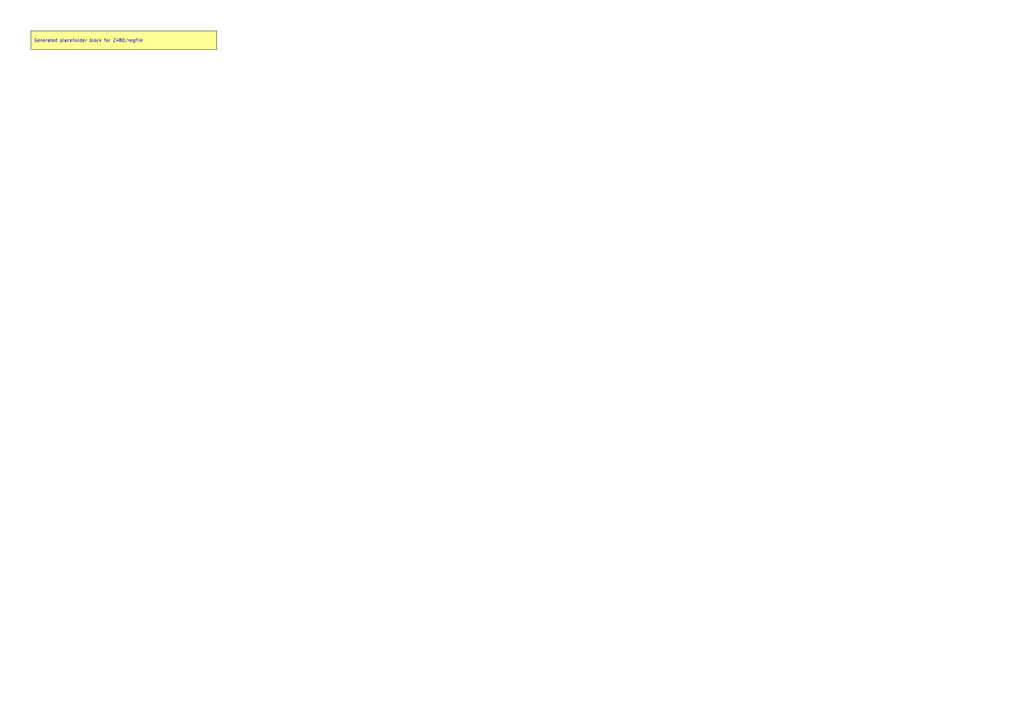
<source format=kicad_sch>
(kicad_sch
	(version 20250114)
	(generator "kicadgen")
	(generator_version "0.1")
	(uuid "9f33cea1-b39a-5997-bd61-d62ca1b3f9f9")
	(paper "A3")
	(title_block
		(title "Z480::regfile")
		(company "Project Carbon")
		(comment 1 "Generated - do not edit in generated/")
		(comment 2 "Edit in schem/kicad9/manual/ or refine mapping specs")
	)
	(lib_symbols)
	(text_box
		"Generated placeholder block for Z480/regfile"
		(exclude_from_sim no)
		(at
			12.7
			12.7
			0
		)
		(size 76.2 7.62)
		(margins
			1.27
			1.27
			1.27
			1.27
		)
		(stroke
			(width 0)
			(type default)
			(color
				0
				0
				0
				1
			)
		)
		(fill
			(type color)
			(color
				255
				255
				150
				1
			)
		)
		(effects
			(font
				(size 1.27 1.27)
			)
			(justify left)
		)
		(uuid "a7a7cc15-b304-5234-b0d5-33b55b09320f")
	)
	(sheet_instances
		(path
			"/"
			(page "1")
		)
	)
	(embedded_fonts no)
)

</source>
